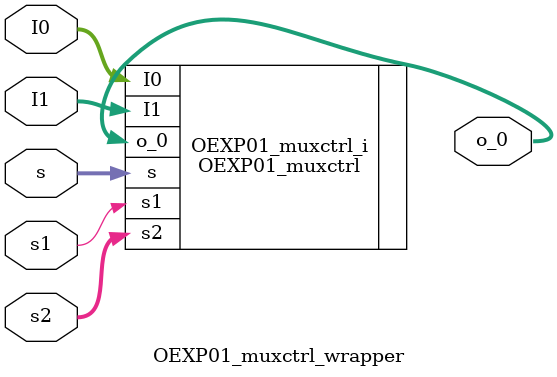
<source format=v>
`timescale 1 ps / 1 ps

module OEXP01_muxctrl_wrapper(I0,
                              I1,
                              o_0,
                              s,
                              s1,
                              s2);

    input [4:0]I0;
    input [4:0]I1;
    output [4:0]o_0;
    input [1:0]s;
    input s1;
    input [2:0]s2;

    wire [4:0]I0;
    wire [4:0]I1;
    wire [4:0]o_0;
    wire [1:0]s;
    wire s1;
    wire [2:0]s2;

    OEXP01_muxctrl OEXP01_muxctrl_i
        (.I0(I0),
          .I1(I1),
          .o_0(o_0),
          .s(s),
          .s1(s1),
          .s2(s2));
endmodule

</source>
